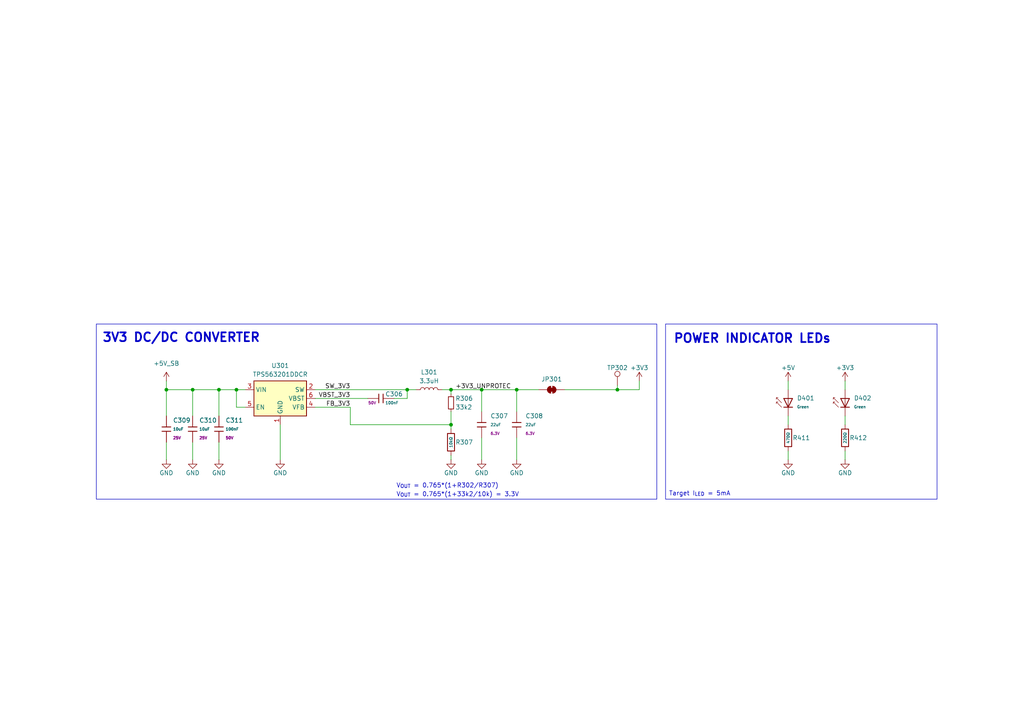
<source format=kicad_sch>
(kicad_sch (version 20250114) (generator "eeschema") (generator_version "9.0")
  (paper "A4")
  (title_block (title "ModuCard power supply unit") (date "2025-08-05") (rev "0") (company "KoNaR") (comment 1 "Base project authors: Dominik Pluta, Artem Horiunov") (comment 2 "Project author: Maciej Chodowiec"))
  (lib_symbols
    (symbol "Connector:TestPoint" (pin_numbers (hide yes)) (pin_names (offset 0.762) (hide yes))
      (property "Reference" "TP" (at 0 6.858 0))
      (property "Value" "TestPoint" (at 0 5.08 0))
      (symbol "TestPoint_0_1"
        (circle (center 0 3.302) (radius 0.762))
      )
      (symbol "TestPoint_1_1"
        (pin passive line (at 0 0 90) (length 2.54) (name "1") (number "1"))
      )
    )
    (symbol "Device:L" (pin_numbers (hide yes)) (pin_names (offset 1.016) (hide yes))
      (property "Reference" "L" (at -1.27 0 90))
      (property "Value" "L" (at 1.905 0 90))
      (symbol "L_0_1"
        (arc (start 0 2.54) (mid 0.6323 1.905) (end 0 1.27))
        (arc (start 0 1.27) (mid 0.6323 0.635) (end 0 0))
        (arc (start 0 0) (mid 0.6323 -0.635) (end 0 -1.27))
        (arc (start 0 -1.27) (mid 0.6323 -1.905) (end 0 -2.54))
      )
      (symbol "L_1_1"
        (pin passive line (at 0 3.81 270) (length 1.27) (name "1") (number "1"))
        (pin passive line (at 0 -3.81 90) (length 1.27) (name "2") (number "2"))
      )
    )
    (symbol "Device:R_Small" (pin_numbers (hide yes)) (pin_names (offset 0.254) (hide yes))
      (property "Reference" "R" (at 0 0 90))
      (property "Value" "R_Small" (at 1.778 0 90))
      (symbol "R_Small_0_1"
        (rectangle (start -0.762 1.778) (end 0.762 -1.778) (stroke (width 0.2032)))
      )
      (symbol "R_Small_1_1"
        (pin passive line (at 0 2.54 270) (length 0.762) (name "~") (number "1"))
        (pin passive line (at 0 -2.54 90) (length 0.762) (name "~") (number "2"))
      )
    )
    (symbol "Jumper:SolderJumper_2_Bridged" (pin_numbers (hide yes)) (pin_names (offset 0) (hide yes)) (in_bom no)
      (property "Reference" "JP" (at 0 2.032 0))
      (property "Value" "SolderJumper_2_Bridged" (at 0 -2.54 0))
      (symbol "SolderJumper_2_Bridged_0_1"
        (rectangle (start -0.508 0.508) (end 0.508 -0.508) (fill (type outline)))
        (polyline (pts (xy -0.254 1.016) (xy -0.254 -1.016)))
        (arc (start -0.254 -1.016) (mid -1.2656 0) (end -0.254 1.016))
        (arc (start -0.254 -1.016) (mid -1.2656 0) (end -0.254 1.016) (fill (type outline)))
        (arc (start 0.254 1.016) (mid 1.2656 0) (end 0.254 -1.016))
        (arc (start 0.254 1.016) (mid 1.2656 0) (end 0.254 -1.016) (fill (type outline)))
        (polyline (pts (xy 0.254 1.016) (xy 0.254 -1.016)))
      )
      (symbol "SolderJumper_2_Bridged_1_1"
        (pin passive line (at -3.81 0 0) (length 2.54) (name "A") (number "1"))
        (pin passive line (at 3.81 0 180) (length 2.54) (name "B") (number "2"))
      )
    )
    (symbol "PCM_JLCPCB-Capacitors:0402,100nF,(2)" (pin_numbers (hide yes)) (pin_names (offset 0))
      (property "Reference" "C" (at 2.032 1.668 0))
      (property "Value" "100nF" (at 2.032 -0.3782 0))
      (property "Voltage Rated" "50V" (at 2.032 -2.0462 0))
      (symbol "0402,100nF,(2)_0_1"
        (polyline (pts (xy -1.27 0.635) (xy 1.27 0.635)) (stroke (width 0.254)))
        (polyline (pts (xy -1.27 -0.635) (xy 1.27 -0.635)) (stroke (width 0.254)))
      )
      (symbol "0402,100nF,(2)_1_1"
        (pin passive line (at 0 3.81 270) (length 3.175) (name "~") (number "1"))
        (pin passive line (at 0 -3.81 90) (length 3.175) (name "~") (number "2"))
      )
    )
    (symbol "PCM_JLCPCB-Capacitors:0603,10uF,(2)" (pin_numbers (hide yes)) (pin_names (offset 0))
      (property "Reference" "C" (at 2.032 1.668 0))
      (property "Value" "10uF" (at 2.032 -0.3782 0))
      (property "Voltage Rated" "25V" (at 2.032 -2.0462 0))
      (symbol "0603,10uF,(2)_0_1"
        (polyline (pts (xy -1.27 0.635) (xy 1.27 0.635)) (stroke (width 0.254)))
        (polyline (pts (xy -1.27 -0.635) (xy 1.27 -0.635)) (stroke (width 0.254)))
      )
      (symbol "0603,10uF,(2)_1_1"
        (pin passive line (at 0 3.81 270) (length 3.175) (name "~") (number "1"))
        (pin passive line (at 0 -3.81 90) (length 3.175) (name "~") (number "2"))
      )
    )
    (symbol "PCM_JLCPCB-Capacitors:0603,22uF" (pin_numbers (hide yes)) (pin_names (offset 0))
      (property "Reference" "C" (at 2.032 1.668 0))
      (property "Value" "22uF" (at 2.032 -0.3782 0))
      (property "Voltage Rated" "6.3V" (at 2.032 -2.0462 0))
      (symbol "0603,22uF_0_1"
        (polyline (pts (xy -1.27 0.635) (xy 1.27 0.635)) (stroke (width 0.254)))
        (polyline (pts (xy -1.27 -0.635) (xy 1.27 -0.635)) (stroke (width 0.254)))
      )
      (symbol "0603,22uF_1_1"
        (pin passive line (at 0 3.81 270) (length 3.175) (name "~") (number "1"))
        (pin passive line (at 0 -3.81 90) (length 3.175) (name "~") (number "2"))
      )
    )
    (symbol "PCM_JLCPCB-Diodes:LED,0603,Green" (pin_numbers (hide yes)) (pin_names (offset 0))
      (property "Reference" "D" (at 2.032 0.834 0))
      (property "Value" "Green" (at 2.032 -1.2122 0))
      (symbol "LED,0603,Green_0_1"
        (polyline (pts (xy -1.905 0) (xy -3.429 1.524) (xy -3.429 1.016) (xy -3.429 1.524) (xy -2.921 1.524)) (stroke (width 0.127)))
        (polyline (pts (xy -1.905 -1.27) (xy -3.429 0.254) (xy -3.429 -0.254) (xy -3.429 0.254) (xy -2.921 0.254)) (stroke (width 0.127)))
        (polyline (pts (xy -1.27 1.27) (xy 0 -1.27) (xy 1.27 1.27) (xy -1.27 1.27)) (stroke (width 0.254)))
        (polyline (pts (xy -1.27 -1.27) (xy 1.27 -1.27)) (stroke (width 0.254)))
      )
      (symbol "LED,0603,Green_1_1"
        (pin passive line (at 0 3.81 270) (length 3.81) (name "~") (number "2"))
        (pin passive line (at 0 -3.81 90) (length 3.81) (name "~") (number "1"))
      )
    )
    (symbol "PCM_JLCPCB-Resistors:0402,10kΩ" (pin_numbers (hide yes)) (pin_names (offset 0))
      (property "Reference" "R" (at 1.778 0 0))
      (property "Value" "10kΩ" (at 0 0 90))
      (symbol "0402,10kΩ_0_1"
        (rectangle (start -1.016 2.54) (end 1.016 -2.54) (stroke (width 0.254)))
      )
      (symbol "0402,10kΩ_1_1"
        (pin passive line (at 0 3.81 270) (length 1.27) (name "~") (number "1"))
        (pin passive line (at 0 -3.81 90) (length 1.27) (name "~") (number "2"))
      )
    )
    (symbol "PCM_JLCPCB-Resistors:0402,220Ω" (pin_numbers (hide yes)) (pin_names (offset 0))
      (property "Reference" "R" (at 1.778 0 0))
      (property "Value" "220Ω" (at 0 0 90))
      (symbol "0402,220Ω_0_1"
        (rectangle (start -1.016 2.54) (end 1.016 -2.54) (stroke (width 0.254)))
      )
      (symbol "0402,220Ω_1_1"
        (pin passive line (at 0 3.81 270) (length 1.27) (name "~") (number "1"))
        (pin passive line (at 0 -3.81 90) (length 1.27) (name "~") (number "2"))
      )
    )
    (symbol "PCM_JLCPCB-Resistors:0402,470Ω" (pin_numbers (hide yes)) (pin_names (offset 0))
      (property "Reference" "R" (at 1.778 0 0))
      (property "Value" "470Ω" (at 0 0 90))
      (symbol "0402,470Ω_0_1"
        (rectangle (start -1.016 2.54) (end 1.016 -2.54) (stroke (width 0.254)))
      )
      (symbol "0402,470Ω_1_1"
        (pin passive line (at 0 3.81 270) (length 1.27) (name "~") (number "1"))
        (pin passive line (at 0 -3.81 90) (length 1.27) (name "~") (number "2"))
      )
    )
    (symbol "Regulator_Switching:TPS563200"
      (property "Reference" "U" (at -7.62 6.35 0))
      (property "Value" "TPS563200" (at -2.54 6.35 0))
      (symbol "TPS563200_0_1"
        (rectangle (start -7.62 5.08) (end 7.62 -5.08) (stroke (width 0.254)) (fill (type background)))
      )
      (symbol "TPS563200_1_1"
        (pin power_in line (at -10.16 2.54 0) (length 2.54) (name "VIN") (number "3"))
        (pin input line (at -10.16 -2.54 0) (length 2.54) (name "EN") (number "5"))
        (pin power_in line (at 0 -7.62 90) (length 2.54) (name "GND") (number "1"))
        (pin output line (at 10.16 2.54 180) (length 2.54) (name "SW") (number "2"))
        (pin passive line (at 10.16 0 180) (length 2.54) (name "VBST") (number "6"))
        (pin input line (at 10.16 -2.54 180) (length 2.54) (name "VFB") (number "4"))
      )
    )
    (symbol "power:+3V3" (power) (pin_numbers (hide yes)) (pin_names (offset 0) (hide yes))
      (property "Value" "+3V3" (at 0 3.556 0))
      (symbol "+3V3_0_1"
        (polyline (pts (xy -0.762 1.27) (xy 0 2.54)))
        (polyline (pts (xy 0 2.54) (xy 0.762 1.27)))
        (polyline (pts (xy 0 0) (xy 0 2.54)))
      )
      (symbol "+3V3_1_1"
        (pin power_in line (at 0 0 90) (length 0) (name "~") (number "1"))
      )
    )
    (symbol "power:+5V" (power) (pin_numbers (hide yes)) (pin_names (offset 0) (hide yes))
      (property "Value" "+5V" (at 0 3.556 0))
      (symbol "+5V_0_1"
        (polyline (pts (xy -0.762 1.27) (xy 0 2.54)))
        (polyline (pts (xy 0 2.54) (xy 0.762 1.27)))
        (polyline (pts (xy 0 0) (xy 0 2.54)))
      )
      (symbol "+5V_1_1"
        (pin power_in line (at 0 0 90) (length 0) (name "~") (number "1"))
      )
    )
    (symbol "power:GND" (power) (pin_numbers (hide yes)) (pin_names (offset 0) (hide yes))
      (property "Value" "GND" (at 0 -3.81 0))
      (symbol "GND_0_1"
        (polyline (pts (xy 0 0) (xy 0 -1.27) (xy 1.27 -1.27) (xy 0 -2.54) (xy -1.27 -1.27) (xy 0 -1.27)))
      )
      (symbol "GND_1_1"
        (pin power_in line (at 0 0 270) (length 0) (name "~") (number "1"))
      )
    )
  )
  (rectangle (start 27.94 93.98) (end 190.5 144.78))
  (rectangle (start 193.04 93.98) (end 271.78 144.78))
  (text "V_{OUT} = 0.765*(1+33k2/10k) = 3.3V" (at 114.935 143.51 0) (effects (font (size 1.27 1.27)) (justify left)))
  (text "V_{OUT} = 0.765*(1+R302/R307)" (at 114.935 140.97 0) (effects (font (size 1.27 1.27)) (justify left)))
  (text "Target I_{LED} = 5mA" (at 202.946 143.256 0) (effects (font (size 1.27 1.27))))
  (text "POWER INDICATOR LEDs" (at 218.186 98.298 0) (effects (font (size 2.54 2.54) (thickness 0.508) (bold yes))))
  (text "3V3 DC/DC CONVERTER" (at 52.578 98.044 0) (effects (font (size 2.54 2.54) (thickness 0.508) (bold yes))))
  (junction (at 179.07 113.03))
  (junction (at 63.5 113.03))
  (junction (at 130.81 113.03))
  (junction (at 68.58 113.03))
  (junction (at 48.26 113.03))
  (junction (at 55.88 113.03))
  (junction (at 149.86 113.03))
  (junction (at 130.81 123.19))
  (junction (at 139.7 113.03))
  (junction (at 118.11 113.03))
  (wire (pts (xy 114.3 115.57) (xy 118.11 115.57)))
  (wire (pts (xy 130.81 113.03) (xy 139.7 113.03)))
  (wire (pts (xy 130.81 119.38) (xy 130.81 123.19)))
  (wire (pts (xy 228.6 110.49) (xy 228.6 113.03)))
  (wire (pts (xy 81.28 123.19) (xy 81.28 133.35)))
  (wire (pts (xy 48.26 113.03) (xy 55.88 113.03)))
  (wire (pts (xy 48.26 113.03) (xy 48.26 120.65)))
  (wire (pts (xy 91.44 113.03) (xy 118.11 113.03)))
  (wire (pts (xy 130.81 114.3) (xy 130.81 113.03)))
  (wire (pts (xy 149.86 113.03) (xy 156.21 113.03)))
  (wire (pts (xy 179.07 113.03) (xy 185.42 113.03)))
  (wire (pts (xy 55.88 113.03) (xy 63.5 113.03)))
  (wire (pts (xy 245.11 120.65) (xy 245.11 123.19)))
  (wire (pts (xy 63.5 113.03) (xy 63.5 120.65)))
  (wire (pts (xy 118.11 115.57) (xy 118.11 113.03)))
  (wire (pts (xy 68.58 113.03) (xy 71.12 113.03)))
  (wire (pts (xy 130.81 133.35) (xy 130.81 132.08)))
  (wire (pts (xy 55.88 128.27) (xy 55.88 133.35)))
  (wire (pts (xy 139.7 113.03) (xy 149.86 113.03)))
  (wire (pts (xy 63.5 128.27) (xy 63.5 133.35)))
  (wire (pts (xy 245.11 130.81) (xy 245.11 133.35)))
  (wire (pts (xy 101.6 123.19) (xy 130.81 123.19)))
  (wire (pts (xy 91.44 118.11) (xy 101.6 118.11)))
  (wire (pts (xy 130.81 123.19) (xy 130.81 124.46)))
  (wire (pts (xy 91.44 115.57) (xy 106.68 115.57)))
  (wire (pts (xy 101.6 118.11) (xy 101.6 123.19)))
  (wire (pts (xy 128.27 113.03) (xy 130.81 113.03)))
  (wire (pts (xy 185.42 110.49) (xy 185.42 113.03)))
  (wire (pts (xy 63.5 113.03) (xy 68.58 113.03)))
  (wire (pts (xy 139.7 113.03) (xy 139.7 119.38)))
  (wire (pts (xy 228.6 120.65) (xy 228.6 123.19)))
  (wire (pts (xy 163.83 113.03) (xy 179.07 113.03)))
  (wire (pts (xy 48.26 110.49) (xy 48.26 113.03)))
  (wire (pts (xy 118.11 113.03) (xy 120.65 113.03)))
  (wire (pts (xy 149.86 113.03) (xy 149.86 119.38)))
  (wire (pts (xy 149.86 127) (xy 149.86 133.35)))
  (wire (pts (xy 139.7 127) (xy 139.7 133.35)))
  (wire (pts (xy 245.11 110.49) (xy 245.11 113.03)))
  (wire (pts (xy 68.58 113.03) (xy 68.58 118.11)))
  (wire (pts (xy 55.88 113.03) (xy 55.88 120.65)))
  (wire (pts (xy 228.6 130.81) (xy 228.6 133.35)))
  (wire (pts (xy 68.58 118.11) (xy 71.12 118.11)))
  (wire (pts (xy 179.07 111.76) (xy 179.07 113.03)))
  (wire (pts (xy 48.26 128.27) (xy 48.26 133.35)))
  (label "+3V3_UNPROTEC" (at 132.08 113.03 0))
  (label "FB_3V3" (at 101.6 118.11 180))
  (label "VBST_3V3" (at 101.6 115.57 180))
  (label "SW_3V3" (at 101.6 113.03 180))
  (symbol (lib_id "PCM_JLCPCB-Capacitors:0603,10uF,(2)") (at 55.88 124.46 0) (unit 1)
    (property "Reference" "C310" (at 57.785 121.92 0) (effects (justify left)))
    (property "Value" "10uF" (at 57.785 124.4601 0) (effects (font (size 0.8 0.8)) (justify left)))
    (property "Footprint" "PCM_JLCPCB:C_0603" (effects (hide yes)))
    (property "Datasheet" "https://www.lcsc.com/datasheet/lcsc_datasheet_2304140030_Samsung-Electro-Mechanics-CL10A106MA8NRNC_C96446.pdf" (effects (hide yes)))
    (property "Description" "25V 10uF X5R ±20% 0603 Multilayer Ceramic Capacitors MLCC - SMD/SMT ROHS" (effects (hide yes)))
    (property "LCSC" "C96446" (effects (hide yes)))
    (property "Stock" "3388297" (effects (hide yes)))
    (property "Price" "0.021USD" (effects (hide yes)))
    (property "Process" "SMT" (effects (hide yes)))
    (property "Minimum Qty" "20" (effects (hide yes)))
    (property "Attrition Qty" "8" (effects (hide yes)))
    (property "Class" "Basic Component" (effects (hide yes)))
    (property "Category" "Capacitors,Multilayer Ceramic Capacitors MLCC - SMD/SMT" (effects (hide yes)))
    (property "Manufacturer" "Samsung Electro-Mechanics" (effects (hide yes)))
    (property "Part" "CL10A106MA8NRNC" (effects (hide yes)))
    (property "Voltage Rated" "25V" (at 57.785 127.0001 0) (effects (font (size 0.8 0.8)) (justify left)))
    (property "Tolerance" "±20%" (effects (hide yes)))
    (property "Capacitance" "10uF" (effects (hide yes)))
    (property "Temperature Coefficient" "X5R" (effects (hide yes)))
  )
  (symbol (lib_id "Regulator_Switching:TPS563200") (at 81.28 115.57 0) (unit 1)
    (property "Reference" "U301" (at 81.28 106.045 0))
    (property "Value" "TPS563201DDCR" (at 81.28 108.585 0))
    (property "Footprint" "Package_TO_SOT_SMD:SOT-23-6" (effects (hide yes)))
    (property "Datasheet" "http://www.ti.com/lit/ds/symlink/tps563200.pdf" (effects (hide yes)))
    (property "Description" "3A Synchronous Step-Down Voltage Regulator, Adjustable Output Voltage, 4.5-17V Input Voltage, SOT-23-6" (effects (hide yes)))
    (property "LCSC" "C116592" (effects (hide yes)))
  )
  (symbol (lib_id "PCM_JLCPCB-Capacitors:0603,10uF,(2)") (at 48.26 124.46 0) (unit 1)
    (property "Reference" "C309" (at 50.165 121.92 0) (effects (justify left)))
    (property "Value" "10uF" (at 50.165 124.4601 0) (effects (font (size 0.8 0.8)) (justify left)))
    (property "Footprint" "PCM_JLCPCB:C_0603" (effects (hide yes)))
    (property "Datasheet" "https://www.lcsc.com/datasheet/lcsc_datasheet_2304140030_Samsung-Electro-Mechanics-CL10A106MA8NRNC_C96446.pdf" (effects (hide yes)))
    (property "Description" "25V 10uF X5R ±20% 0603 Multilayer Ceramic Capacitors MLCC - SMD/SMT ROHS" (effects (hide yes)))
    (property "LCSC" "C96446" (effects (hide yes)))
    (property "Stock" "3388297" (effects (hide yes)))
    (property "Price" "0.021USD" (effects (hide yes)))
    (property "Process" "SMT" (effects (hide yes)))
    (property "Minimum Qty" "20" (effects (hide yes)))
    (property "Attrition Qty" "8" (effects (hide yes)))
    (property "Class" "Basic Component" (effects (hide yes)))
    (property "Category" "Capacitors,Multilayer Ceramic Capacitors MLCC - SMD/SMT" (effects (hide yes)))
    (property "Manufacturer" "Samsung Electro-Mechanics" (effects (hide yes)))
    (property "Part" "CL10A106MA8NRNC" (effects (hide yes)))
    (property "Voltage Rated" "25V" (at 50.165 127.0001 0) (effects (font (size 0.8 0.8)) (justify left)))
    (property "Tolerance" "±20%" (effects (hide yes)))
    (property "Capacitance" "10uF" (effects (hide yes)))
    (property "Temperature Coefficient" "X5R" (effects (hide yes)))
  )
  (symbol (lib_id "PCM_JLCPCB-Capacitors:0402,100nF,(2)") (at 110.49 115.57 90) (unit 1)
    (property "Reference" "C306" (at 114.3 114.3 90))
    (property "Value" "100nF" (at 113.665 116.84 90) (effects (font (size 0.8 0.8))))
    (property "Footprint" "PCM_JLCPCB:C_0402" (effects (hide yes)))
    (property "Datasheet" "https://www.lcsc.com/datasheet/lcsc_datasheet_2304140030_Samsung-Electro-Mechanics-CL05B104KB54PNC_C307331.pdf" (effects (hide yes)))
    (property "Description" "50V 100nF X7R ±10% 0402 Multilayer Ceramic Capacitors MLCC - SMD/SMT ROHS" (effects (hide yes)))
    (property "LCSC" "C307331" (effects (hide yes)))
    (property "Stock" "8389599" (effects (hide yes)))
    (property "Price" "0.008USD" (effects (hide yes)))
    (property "Process" "SMT" (effects (hide yes)))
    (property "Minimum Qty" "20" (effects (hide yes)))
    (property "Attrition Qty" "10" (effects (hide yes)))
    (property "Class" "Basic Component" (effects (hide yes)))
    (property "Category" "Capacitors,Multilayer Ceramic Capacitors MLCC - SMD/SMT" (effects (hide yes)))
    (property "Manufacturer" "Samsung Electro-Mechanics" (effects (hide yes)))
    (property "Part" "CL05B104KB54PNC" (effects (hide yes)))
    (property "Voltage Rated" "50V" (at 107.95 116.84 90) (effects (font (size 0.8 0.8))))
    (property "Tolerance" "±10%" (effects (hide yes)))
    (property "Capacitance" "100nF" (effects (hide yes)))
    (property "Temperature Coefficient" "X7R" (effects (hide yes)))
  )
  (symbol (lib_id "PCM_JLCPCB-Diodes:LED,0603,Green") (at 228.6 116.84 0) (unit 1)
    (property "Reference" "D401" (at 231.14 115.4746 0) (effects (justify left)))
    (property "Value" "Green" (at 231.14 118.0147 0) (effects (font (size 0.8 0.8)) (justify left)))
    (property "Footprint" "PCM_JLCPCB:D_0603" (effects (hide yes)))
    (property "Datasheet" "https://wmsc.lcsc.com/wmsc/upload/file/pdf/v2/lcsc/2207051802_Everlight-Elec-19-217-GHC-YR1S2-6T_C2986059.pdf" (effects (hide yes)))
    (property "Description" "0603 LED Indication - Discrete ROHS" (effects (hide yes)))
    (property "LCSC" "C2986059" (effects (hide yes)))
    (property "Stock" "276928" (effects (hide yes)))
    (property "Price" "0.021USD" (effects (hide yes)))
    (property "Process" "SMT" (effects (hide yes)))
    (property "Minimum Qty" "20" (effects (hide yes)))
    (property "Attrition Qty" "8" (effects (hide yes)))
    (property "Class" "Preferred Component" (effects (hide yes)))
    (property "Category" "Optocoupler/LED/Digital Tube/Photoelectric Device,Light Emitting Diodes (LED)" (effects (hide yes)))
    (property "Manufacturer" "Everlight Elec" (effects (hide yes)))
    (property "Part" "19-217/GHC-YR1S2/6T" (effects (hide yes)))
  )
  (symbol (lib_id "PCM_JLCPCB-Capacitors:0402,100nF,(2)") (at 63.5 124.46 180) (unit 1)
    (property "Reference" "C311" (at 65.405 121.92 0) (effects (justify right)))
    (property "Value" "100nF" (at 65.405 124.46 0) (effects (font (size 0.8 0.8)) (justify right)))
    (property "Footprint" "PCM_JLCPCB:C_0402" (effects (hide yes)))
    (property "Datasheet" "https://www.lcsc.com/datasheet/lcsc_datasheet_2304140030_Samsung-Electro-Mechanics-CL05B104KB54PNC_C307331.pdf" (effects (hide yes)))
    (property "Description" "50V 100nF X7R ±10% 0402 Multilayer Ceramic Capacitors MLCC - SMD/SMT ROHS" (effects (hide yes)))
    (property "LCSC" "C307331" (effects (hide yes)))
    (property "Stock" "8389599" (effects (hide yes)))
    (property "Price" "0.008USD" (effects (hide yes)))
    (property "Process" "SMT" (effects (hide yes)))
    (property "Minimum Qty" "20" (effects (hide yes)))
    (property "Attrition Qty" "10" (effects (hide yes)))
    (property "Class" "Basic Component" (effects (hide yes)))
    (property "Category" "Capacitors,Multilayer Ceramic Capacitors MLCC - SMD/SMT" (effects (hide yes)))
    (property "Manufacturer" "Samsung Electro-Mechanics" (effects (hide yes)))
    (property "Part" "CL05B104KB54PNC" (effects (hide yes)))
    (property "Voltage Rated" "50V" (at 65.405 127 0) (effects (font (size 0.8 0.8)) (justify right)))
    (property "Tolerance" "±10%" (effects (hide yes)))
    (property "Capacitance" "100nF" (effects (hide yes)))
    (property "Temperature Coefficient" "X7R" (effects (hide yes)))
  )
  (symbol (lib_id "Device:L") (at 124.46 113.03 90) (unit 1)
    (property "Reference" "L301" (at 124.46 107.95 90))
    (property "Value" "3.3uH" (at 124.46 110.49 90))
    (property "Footprint" "Inductor_SMD:L_Changjiang_FXL0420" (effects (hide yes)))
    (property "Description" "Inductor" (effects (hide yes)))
    (property "LCSC" "C167207" (effects (hide yes)))
  )
  (symbol (lib_id "Jumper:SolderJumper_2_Bridged") (at 160.02 113.03 0) (unit 1) (in_bom no)
    (property "Reference" "JP301" (at 160.02 109.982 0))
    (property "Value" "Test Buck Vout" (effects (hide yes)))
    (property "Footprint" "Jumper:SolderJumper-2_P1.3mm_Open_TrianglePad1.0x1.5mm" (effects (hide yes)))
    (property "Description" "Solder Jumper, 2-pole, closed/bridged" (effects (hide yes)))
  )
  (symbol (lib_id "power:+3V3") (at 245.11 110.49 0) (unit 1)
    (property "Reference" "#PWR0435" (effects (hide yes)))
    (property "Value" "+3V3" (at 245.11 106.68 0))
    (property "Description" "Power symbol creates a global label with name \"+3V3\"" (effects (hide yes)))
  )
  (symbol (lib_id "power:+5V") (at 228.6 110.49 0) (unit 1)
    (property "Reference" "#PWR0426" (effects (hide yes)))
    (property "Value" "+5V" (at 228.6 106.68 0))
    (property "Description" "Power symbol creates a global label with name \"+5V\"" (effects (hide yes)))
  )
  (symbol (lib_id "power:GND") (at 48.26 133.35 0) (unit 1)
    (property "Reference" "#PWR0317" (effects (hide yes)))
    (property "Value" "GND" (at 48.26 137.16 0))
    (property "Description" "Power symbol creates a global label with name \"GND\" , ground" (effects (hide yes)))
  )
  (symbol (lib_id "PCM_JLCPCB-Capacitors:0603,22uF") (at 139.7 123.19 0) (unit 1)
    (property "Reference" "C307" (at 142.24 120.6499 0) (effects (justify left)))
    (property "Value" "22uF" (at 142.24 123.19 0) (effects (font (size 0.8 0.8)) (justify left)))
    (property "Footprint" "PCM_JLCPCB:C_0603" (effects (hide yes)))
    (property "Datasheet" "https://www.lcsc.com/datasheet/lcsc_datasheet_2304140030_Samsung-Electro-Mechanics-CL10A226MQ8NRNC_C59461.pdf" (effects (hide yes)))
    (property "Description" "6.3V 22uF X5R ±20% 0603 Multilayer Ceramic Capacitors MLCC - SMD/SMT ROHS" (effects (hide yes)))
    (property "LCSC" "C59461" (effects (hide yes)))
    (property "Stock" "5081183" (effects (hide yes)))
    (property "Price" "0.012USD" (effects (hide yes)))
    (property "Process" "SMT" (effects (hide yes)))
    (property "Minimum Qty" "20" (effects (hide yes)))
    (property "Attrition Qty" "10" (effects (hide yes)))
    (property "Class" "Basic Component" (effects (hide yes)))
    (property "Category" "Capacitors,Multilayer Ceramic Capacitors MLCC - SMD/SMT" (effects (hide yes)))
    (property "Manufacturer" "Samsung Electro-Mechanics" (effects (hide yes)))
    (property "Part" "CL10A226MQ8NRNC" (effects (hide yes)))
    (property "Voltage Rated" "6.3V" (at 142.24 125.73 0) (effects (font (size 0.8 0.8)) (justify left)))
    (property "Tolerance" "±20%" (effects (hide yes)))
    (property "Capacitance" "22uF" (effects (hide yes)))
    (property "Temperature Coefficient" "X5R" (effects (hide yes)))
  )
  (symbol (lib_id "power:GND") (at 228.6 133.35 0) (unit 1)
    (property "Reference" "#PWR0434" (effects (hide yes)))
    (property "Value" "GND" (at 228.6 137.16 0))
    (property "Description" "Power symbol creates a global label with name \"GND\" , ground" (effects (hide yes)))
  )
  (symbol (lib_id "power:GND") (at 63.5 133.35 0) (unit 1)
    (property "Reference" "#PWR0319" (effects (hide yes)))
    (property "Value" "GND" (at 63.5 137.16 0))
    (property "Description" "Power symbol creates a global label with name \"GND\" , ground" (effects (hide yes)))
  )
  (symbol (lib_id "power:GND") (at 55.88 133.35 0) (unit 1)
    (property "Reference" "#PWR0318" (effects (hide yes)))
    (property "Value" "GND" (at 55.88 137.16 0))
    (property "Description" "Power symbol creates a global label with name \"GND\" , ground" (effects (hide yes)))
  )
  (symbol (lib_id "PCM_JLCPCB-Capacitors:0603,22uF") (at 149.86 123.19 0) (unit 1)
    (property "Reference" "C308" (at 152.4 120.6499 0) (effects (justify left)))
    (property "Value" "22uF" (at 152.4 123.19 0) (effects (font (size 0.8 0.8)) (justify left)))
    (property "Footprint" "PCM_JLCPCB:C_0603" (effects (hide yes)))
    (property "Datasheet" "https://www.lcsc.com/datasheet/lcsc_datasheet_2304140030_Samsung-Electro-Mechanics-CL10A226MQ8NRNC_C59461.pdf" (effects (hide yes)))
    (property "Description" "6.3V 22uF X5R ±20% 0603 Multilayer Ceramic Capacitors MLCC - SMD/SMT ROHS" (effects (hide yes)))
    (property "LCSC" "C59461" (effects (hide yes)))
    (property "Stock" "5081183" (effects (hide yes)))
    (property "Price" "0.012USD" (effects (hide yes)))
    (property "Process" "SMT" (effects (hide yes)))
    (property "Minimum Qty" "20" (effects (hide yes)))
    (property "Attrition Qty" "10" (effects (hide yes)))
    (property "Class" "Basic Component" (effects (hide yes)))
    (property "Category" "Capacitors,Multilayer Ceramic Capacitors MLCC - SMD/SMT" (effects (hide yes)))
    (property "Manufacturer" "Samsung Electro-Mechanics" (effects (hide yes)))
    (property "Part" "CL10A226MQ8NRNC" (effects (hide yes)))
    (property "Voltage Rated" "6.3V" (at 152.4 125.73 0) (effects (font (size 0.8 0.8)) (justify left)))
    (property "Tolerance" "±20%" (effects (hide yes)))
    (property "Capacitance" "22uF" (effects (hide yes)))
    (property "Temperature Coefficient" "X5R" (effects (hide yes)))
  )
  (symbol (lib_id "power:GND") (at 149.86 133.35 0) (unit 1)
    (property "Reference" "#PWR0323" (effects (hide yes)))
    (property "Value" "GND" (at 149.86 137.16 0))
    (property "Description" "Power symbol creates a global label with name \"GND\" , ground" (effects (hide yes)))
  )
  (symbol (lib_id "power:GND") (at 81.28 133.35 0) (unit 1)
    (property "Reference" "#PWR0320" (effects (hide yes)))
    (property "Value" "GND" (at 81.28 137.16 0))
    (property "Description" "Power symbol creates a global label with name \"GND\" , ground" (effects (hide yes)))
  )
  (symbol (lib_id "power:GND") (at 245.11 133.35 0) (unit 1)
    (property "Reference" "#PWR0436" (effects (hide yes)))
    (property "Value" "GND" (at 245.11 137.16 0))
    (property "Description" "Power symbol creates a global label with name \"GND\" , ground" (effects (hide yes)))
  )
  (symbol (lib_id "power:GND") (at 130.81 133.35 0) (unit 1)
    (property "Reference" "#PWR0321" (effects (hide yes)))
    (property "Value" "GND" (at 130.81 137.16 0))
    (property "Description" "Power symbol creates a global label with name \"GND\" , ground" (effects (hide yes)))
  )
  (symbol (lib_id "PCM_JLCPCB-Resistors:0402,10kΩ") (at 130.81 128.27 0) (unit 1)
    (property "Reference" "R307" (at 132.08 128.27 0) (effects (justify left)))
    (property "Value" "10kΩ" (at 130.81 128.27 90) (effects (font (size 0.8 0.8))))
    (property "Footprint" "PCM_JLCPCB:R_0402" (effects (hide yes)))
    (property "Datasheet" "https://www.lcsc.com/datasheet/lcsc_datasheet_2411221126_UNI-ROYAL-Uniroyal-Elec-0402WGF1002TCE_C25744.pdf" (effects (hide yes)))
    (property "Description" "62.5mW Thick Film Resistors 50V ±100ppm/°C ±1% 10kΩ 0402 Chip Resistor - Surface Mount ROHS" (effects (hide yes)))
    (property "LCSC" "C25744" (effects (hide yes)))
    (property "Stock" "24372091" (effects (hide yes)))
    (property "Price" "0.004USD" (effects (hide yes)))
    (property "Process" "SMT" (effects (hide yes)))
    (property "Minimum Qty" "20" (effects (hide yes)))
    (property "Attrition Qty" "10" (effects (hide yes)))
    (property "Class" "Basic Component" (effects (hide yes)))
    (property "Category" "Resistors,Chip Resistor - Surface Mount" (effects (hide yes)))
    (property "Manufacturer" "UNI-ROYAL(Uniroyal Elec)" (effects (hide yes)))
    (property "Part" "0402WGF1002TCE" (effects (hide yes)))
    (property "Resistance" "10kΩ" (effects (hide yes)))
    (property "Power(Watts)" "62.5mW" (effects (hide yes)))
    (property "Type" "Thick Film Resistors" (effects (hide yes)))
    (property "Overload Voltage (Max)" "50V" (effects (hide yes)))
    (property "Operating Temperature Range" "-55°C~+155°C" (effects (hide yes)))
    (property "Tolerance" "±1%" (effects (hide yes)))
    (property "Temperature Coefficient" "±100ppm/°C" (effects (hide yes)))
  )
  (symbol (lib_id "power:+5V") (at 48.26 110.49 0) (unit 1)
    (property "Reference" "#PWR0446" (effects (hide yes)))
    (property "Value" "+5V_SB" (at 48.26 105.41 0))
    (property "Description" "Power symbol creates a global label with name \"+5V\"" (effects (hide yes)))
  )
  (symbol (lib_id "Connector:TestPoint") (at 179.07 111.76 0) (unit 1) (in_bom no)
    (property "Reference" "TP302" (at 179.07 106.68 0))
    (property "Value" "TestPoint" (effects (hide yes)))
    (property "Footprint" "TestPoint:TestPoint_Pad_D1.0mm" (effects (hide yes)))
    (property "Description" "test point" (effects (hide yes)))
  )
  (symbol (lib_id "PCM_JLCPCB-Resistors:0402,470Ω") (at 228.6 127 0) (unit 1)
    (property "Reference" "R411" (at 229.87 127 0) (effects (justify left)))
    (property "Value" "470Ω" (at 228.6 127 90) (effects (font (size 0.8 0.8))))
    (property "Footprint" "PCM_JLCPCB:R_0402" (effects (hide yes)))
    (property "Datasheet" "https://www.lcsc.com/datasheet/lcsc_datasheet_2205311900_UNI-ROYAL-Uniroyal-Elec-0402WGF4700TCE_C25117.pdf" (effects (hide yes)))
    (property "Description" "62.5mW Thick Film Resistors 50V ±100ppm/°C ±1% 470Ω 0402 Chip Resistor - Surface Mount ROHS" (effects (hide yes)))
    (property "LCSC" "C25117" (effects (hide yes)))
    (property "Stock" "1007760" (effects (hide yes)))
    (property "Price" "0.004USD" (effects (hide yes)))
    (property "Process" "SMT" (effects (hide yes)))
    (property "Minimum Qty" "20" (effects (hide yes)))
    (property "Attrition Qty" "10" (effects (hide yes)))
    (property "Class" "Basic Component" (effects (hide yes)))
    (property "Category" "Resistors,Chip Resistor - Surface Mount" (effects (hide yes)))
    (property "Manufacturer" "UNI-ROYAL(Uniroyal Elec)" (effects (hide yes)))
    (property "Part" "0402WGF4700TCE" (effects (hide yes)))
    (property "Resistance" "470Ω" (effects (hide yes)))
    (property "Power(Watts)" "62.5mW" (effects (hide yes)))
    (property "Type" "Thick Film Resistors" (effects (hide yes)))
    (property "Overload Voltage (Max)" "50V" (effects (hide yes)))
    (property "Operating Temperature Range" "-55°C~+155°C" (effects (hide yes)))
    (property "Tolerance" "±1%" (effects (hide yes)))
    (property "Temperature Coefficient" "±100ppm/°C" (effects (hide yes)))
  )
  (symbol (lib_id "power:+5V") (at 185.42 110.49 0) (unit 1)
    (property "Reference" "#PWR0316" (effects (hide yes)))
    (property "Value" "+3V3" (at 185.42 106.68 0))
    (property "Description" "Power symbol creates a global label with name \"+5V\"" (effects (hide yes)))
  )
  (symbol (lib_id "PCM_JLCPCB-Diodes:LED,0603,Green") (at 245.11 116.84 0) (unit 1)
    (property "Reference" "D402" (at 247.65 115.4746 0) (effects (justify left)))
    (property "Value" "Green" (at 247.65 118.0147 0) (effects (font (size 0.8 0.8)) (justify left)))
    (property "Footprint" "PCM_JLCPCB:D_0603" (effects (hide yes)))
    (property "Datasheet" "https://wmsc.lcsc.com/wmsc/upload/file/pdf/v2/lcsc/2207051802_Everlight-Elec-19-217-GHC-YR1S2-6T_C2986059.pdf" (effects (hide yes)))
    (property "Description" "0603 LED Indication - Discrete ROHS" (effects (hide yes)))
    (property "LCSC" "C2986059" (effects (hide yes)))
    (property "Stock" "276928" (effects (hide yes)))
    (property "Price" "0.021USD" (effects (hide yes)))
    (property "Process" "SMT" (effects (hide yes)))
    (property "Minimum Qty" "20" (effects (hide yes)))
    (property "Attrition Qty" "8" (effects (hide yes)))
    (property "Class" "Preferred Component" (effects (hide yes)))
    (property "Category" "Optocoupler/LED/Digital Tube/Photoelectric Device,Light Emitting Diodes (LED)" (effects (hide yes)))
    (property "Manufacturer" "Everlight Elec" (effects (hide yes)))
    (property "Part" "19-217/GHC-YR1S2/6T" (effects (hide yes)))
  )
  (symbol (lib_id "PCM_JLCPCB-Resistors:0402,220Ω") (at 245.11 127 0) (unit 1)
    (property "Reference" "R412" (at 246.38 127 0) (effects (justify left)))
    (property "Value" "220Ω" (at 245.11 127 90) (effects (font (size 0.8 0.8))))
    (property "Footprint" "PCM_JLCPCB:R_0402" (effects (hide yes)))
    (property "Datasheet" "https://www.lcsc.com/datasheet/lcsc_datasheet_2205311900_UNI-ROYAL-Uniroyal-Elec-0402WGF2200TCE_C25091.pdf" (effects (hide yes)))
    (property "Description" "62.5mW Thick Film Resistors 50V ±100ppm/°C ±1% 220Ω 0402 Chip Resistor - Surface Mount ROHS" (effects (hide yes)))
    (property "LCSC" "C25091" (effects (hide yes)))
    (property "Stock" "1127279" (effects (hide yes)))
    (property "Price" "0.004USD" (effects (hide yes)))
    (property "Process" "SMT" (effects (hide yes)))
    (property "Minimum Qty" "20" (effects (hide yes)))
    (property "Attrition Qty" "10" (effects (hide yes)))
    (property "Class" "Basic Component" (effects (hide yes)))
    (property "Category" "Resistors,Chip Resistor - Surface Mount" (effects (hide yes)))
    (property "Manufacturer" "UNI-ROYAL(Uniroyal Elec)" (effects (hide yes)))
    (property "Part" "0402WGF2200TCE" (effects (hide yes)))
    (property "Resistance" "220Ω" (effects (hide yes)))
    (property "Power(Watts)" "62.5mW" (effects (hide yes)))
    (property "Type" "Thick Film Resistors" (effects (hide yes)))
    (property "Overload Voltage (Max)" "50V" (effects (hide yes)))
    (property "Operating Temperature Range" "-55°C~+155°C" (effects (hide yes)))
    (property "Tolerance" "±1%" (effects (hide yes)))
    (property "Temperature Coefficient" "±100ppm/°C" (effects (hide yes)))
  )
  (symbol (lib_id "power:GND") (at 139.7 133.35 0) (unit 1)
    (property "Reference" "#PWR0322" (effects (hide yes)))
    (property "Value" "GND" (at 139.7 137.16 0))
    (property "Description" "Power symbol creates a global label with name \"GND\" , ground" (effects (hide yes)))
  )
  (symbol (lib_id "Device:R_Small") (at 130.81 116.84 0) (unit 1)
    (property "Reference" "R306" (at 132.08 115.57 0) (effects (justify left)))
    (property "Value" "33k2" (at 132.08 118.11 0) (effects (justify left)))
    (property "Footprint" "PCM_JLCPCB:R_0402" (effects (hide yes)))
    (property "Description" "Resistor, small symbol" (effects (hide yes)))
    (property "LCSC" "C130276" (effects (hide yes)))
  )
)
</source>
